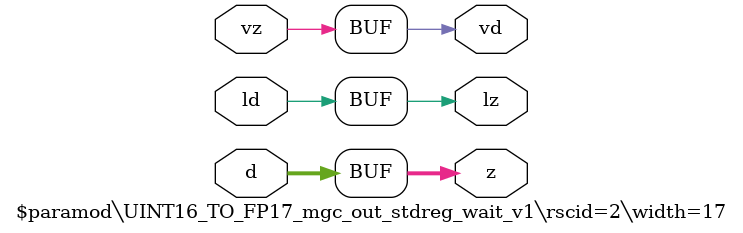
<source format=v>
module \$paramod\UINT16_TO_FP17_mgc_out_stdreg_wait_v1\rscid=2\width=17 (ld, vd, d, lz, vz, z);
  (* src = "./vmod/vlibs/HLS_uint16_to_fp17.v:47" *)
  input [16:0] d;
  (* src = "./vmod/vlibs/HLS_uint16_to_fp17.v:45" *)
  input ld;
  (* src = "./vmod/vlibs/HLS_uint16_to_fp17.v:48" *)
  output lz;
  (* src = "./vmod/vlibs/HLS_uint16_to_fp17.v:46" *)
  output vd;
  (* src = "./vmod/vlibs/HLS_uint16_to_fp17.v:49" *)
  input vz;
  (* src = "./vmod/vlibs/HLS_uint16_to_fp17.v:50" *)
  output [16:0] z;
  assign lz = ld;
  assign vd = vz;
  assign z = d;
endmodule

</source>
